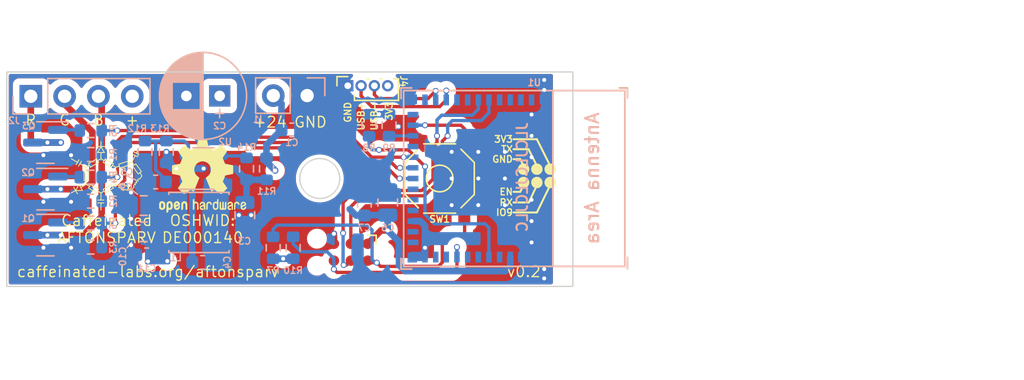
<source format=kicad_pcb>
(kicad_pcb (version 20221018) (generator pcbnew)
  (layers (0 "F.Cu" signal) (1 "In1.Cu" signal) (2 "In2.Cu" signal) (31 "B.Cu" signal) (34 "B.Paste" user) (35 "F.Paste" user) (36 "B.SilkS" user "B.Silkscreen") (37 "F.SilkS" user "F.Silkscreen") (38 "B.Mask" user) (39 "F.Mask" user) (44 "Edge.Cuts" user))
  (net 0 "")
  (net 1 "GND")
  (net 2 "+24V")
  (net 3 "Net-(J2-Pin_1)")
  (net 4 "Net-(J2-Pin_2)")
  (net 5 "Net-(J2-Pin_3)")
  (net 23 "Net-(Q1-G)")
  (net 24 "Net-(Q2-G)")
  (net 25 "Net-(Q3-G)")
  (net 26 "Net-(U1-GPIO8)")
  (net 27 "+3.3V")
  (net 28 "IO9")
  (net 29 "TX")
  (net 30 "Net-(U1-GPIO2{slash}ADC1_CH2)")
  (net 32 "RX")
  (net 34 "Net-(U2-IN)")
  (net 35 "Net-(U2-LX)")
  (net 36 "Net-(U2-BS)")
  (net 37 "Net-(U2-FB)")
  (net 38 "Net-(U2-EN)")
  (net 39 "EN")
  (net 40 "USB-D+")
  (net 41 "LED-B")
  (net 42 "LED-G")
  (net 43 "LED-R")
  (net 44 "USB-D-")
  (footprint "Connector_PinSocket_1.00mm:PinSocket_1x04_P1.00mm_Vertical" (layer "F.Cu") (at 155.4 93.035 90)
    (fp_text reference "J4")
    (fp_text value "USB")
  )
  (footprint "Connector:Tag-Connect_TC2030-IDC-NL_2x03_P1.27mm_Vertical" (layer "F.Cu") (at 155.63 105.535 180)
    (fp_text reference "J3" hide)
    (fp_text value "TagConnect")
  )
  (footprint "LOGO" (layer "F.Cu") (at 137.3 99.8)
    (fp_text reference "G***" hide)
    (fp_text value "LOGO" hide)
  )
  (footprint "Symbol:OSHW-Logo2_7.3x6mm_SilkScreen" (layer "F.Cu") (at 144.5 99.8)
    (fp_text reference "REF**" hide)
    (fp_text value "OSHW-Logo2_7.3x6mm_SilkScreen" hide)
  )
  (footprint "caffeinated-labs:YTS-C005" (layer "F.Cu") (at 162.3 100 90)
    (fp_text reference "SW1")
    (fp_text value "SW_Push")
  )
  (footprint "Capacitor_SMD:C_0805_2012Metric" (layer "B.Cu") (at 140.075 102.03 180)
    (fp_text reference "C9")
    (fp_text value "4.7uF")
  )
  (footprint "Package_TO_SOT_SMD:SOT-23" (layer "B.Cu") (at 132.7 100.8 180)
    (fp_text reference "Q2")
    (fp_text value "AO3400A")
  )
  (footprint "Resistor_SMD:R_0603_1608Metric" (layer "B.Cu") (at 149.8 105.2 90)
    (fp_text reference "R7")
    (fp_text value "10kΩ")
  )
  (footprint "PCM_Espressif:ESP32-C3-MINI-1" (layer "B.Cu") (at 167.9 100 90)
    (fp_text reference "U1")
    (fp_text value "ESP32-C3-MINI-1-[H/N]4")
  )
  (footprint "Capacitor_SMD:C_0603_1608Metric" (layer "B.Cu") (at 140.975 100.2625 180)
    (fp_text reference "C5")
    (fp_text value "22pF")
  )
  (footprint "Resistor_SMD:R_0603_1608Metric" (layer "B.Cu") (at 141.775 98.0125 -90)
    (fp_text reference "R13")
    (fp_text value "22.1kΩ")
  )
  (footprint "Connector_PinSocket_2.54mm:PinSocket_1x04_P2.54mm_Vertical" (layer "B.Cu") (at 131.6 93.825 -90)
    (fp_text reference "J2")
    (fp_text value "LED")
  )
  (footprint "PCM_Espressif:ESP32-C3-MINI-1" (layer "B.Cu") (at 167.9 100 90)
    (fp_text reference "U1")
    (fp_text value "ESP32-C3-MINI-1-[H/N]4")
  )
  (footprint "Resistor_SMD:R_0603_1608Metric" (layer "B.Cu") (at 157 96 -90)
    (fp_text reference "R8")
    (fp_text value "10kΩ")
  )
  (footprint "Resistor_SMD:R_0603_1608Metric" (layer "B.Cu") (at 136.1 105.15 180)
    (fp_text reference "R3")
    (fp_text value "10kΩ")
  )
  (footprint "Capacitor_SMD:C_0805_2012Metric" (layer "B.Cu") (at 158.4 101.8 90)
    (fp_text reference "C6")
    (fp_text value "4.7uF")
  )
  (footprint "Resistor_SMD:R_0603_1608Metric" (layer "B.Cu") (at 158.5 96 -90)
    (fp_text reference "R9")
    (fp_text value "10kΩ")
  )
  (footprint "Capacitor_SMD:C_0603_1608Metric" (layer "B.Cu") (at 156.65 102 90)
    (fp_text reference "C7")
    (fp_text value "100nF")
  )
  (footprint "Resistor_SMD:R_0603_1608Metric" (layer "B.Cu") (at 136.1 96.4 180)
    (fp_text reference "R5")
    (fp_text value "20Ω")
  )
  (footprint "Resistor_SMD:R_0603_1608Metric" (layer "B.Cu") (at 149.3 99.275 -90)
    (fp_text reference "R11")
    (fp_text value "1Ω")
  )
  (footprint "Resistor_SMD:R_0603_1608Metric" (layer "B.Cu") (at 136.1 101.7 180)
    (fp_text reference "R2")
    (fp_text value "10kΩ")
  )
  (footprint "Resistor_SMD:R_0603_1608Metric" (layer "B.Cu") (at 136.1 98.2 180)
    (fp_text reference "R1")
    (fp_text value "10kΩ")
  )
  (footprint "Connector_PinSocket_2.54mm:PinSocket_1x02_P2.54mm_Vertical" (layer "B.Cu") (at 152.35 93.775 90)
    (fp_text reference "J1")
    (fp_text value "PWR")
  )
  (footprint "Inductor_SMD:L_Sunlord_SWPA4030S" (layer "B.Cu") (at 144.225 103.3 180)
    (fp_text reference "L1")
    (fp_text value "10uH")
  )
  (footprint "Resistor_SMD:R_0603_1608Metric" (layer "B.Cu") (at 147.8 99.275 90)
    (fp_text reference "R14")
    (fp_text value "10kΩ")
  )
  (footprint "Capacitor_SMD:C_0603_1608Metric" (layer "B.Cu") (at 144.5 106.3 180)
    (fp_text reference "C4")
    (fp_text value "100nF")
  )
  (footprint "Resistor_SMD:R_0603_1608Metric" (layer "B.Cu") (at 136.1 99.9 180)
    (fp_text reference "R4")
    (fp_text value "20Ω")
  )
  (footprint "Capacitor_SMD:C_0805_2012Metric" (layer "B.Cu") (at 147.675 102.75 -90)
    (fp_text reference "C3")
    (fp_text value "4.7uF")
  )
  (footprint "Package_TO_SOT_SMD:SOT-23" (layer "B.Cu") (at 132.7 97.3 180)
    (fp_text reference "Q3")
    (fp_text value "AO3400A")
  )
  (footprint "Resistor_SMD:R_0603_1608Metric" (layer "B.Cu") (at 151.3 105.2 90)
    (fp_text reference "R10")
    (fp_text value "10kΩ")
  )
  (footprint "Capacitor_SMD:C_0603_1608Metric" (layer "B.Cu") (at 151.2 96.35)
    (fp_text reference "C1")
    (fp_text value "100nF")
  )
  (footprint "Resistor_SMD:R_0603_1608Metric" (layer "B.Cu") (at 136.1 103.35 180)
    (fp_text reference "R6")
    (fp_text value "20Ω")
  )
  (footprint "Package_TO_SOT_SMD:SOT-23" (layer "B.Cu") (at 132.7 104.25 180)
    (fp_text reference "Q1")
    (fp_text value "AO3400A")
  )
  (footprint "Capacitor_SMD:C_0805_2012Metric" (layer "B.Cu") (at 140.075 104 180)
    (fp_text reference "C10")
    (fp_text value "4.7uF")
  )
  (footprint "Package_TO_SOT_SMD:SOT-23-6" (layer "B.Cu") (at 144.575 99.25)
    (fp_text reference "U2")
    (fp_text value "SY8201ABC")
  )
  (footprint "Capacitor_THT:CP_Radial_D6.3mm_P2.50mm" (layer "B.Cu") (at 145.78238 93.8 180)
    (fp_text reference "C2")
    (fp_text value "100µF 35V")
  )
  (footprint "Resistor_SMD:R_0603_1608Metric" (layer "B.Cu") (at 140.175 98.0125 90)
    (fp_text reference "R12")
    (fp_text value "100kΩ")
  )
  (footprint "Capacitor_SMD:C_0603_1608Metric" (layer "B.Cu") (at 140.295 105.73 180)
    (fp_text reference "C11")
    (fp_text value "100nF")
  )
  (gr_line (start 138.793126 99.7775) (end 139.5 100.1225) (stroke (width 0.1)) (layer "B.SilkS"))
  (gr_line (start 138.8275 105.206874) (end 139.1725 104.793126) (stroke (width 0.1)) (layer "B.SilkS"))
  (gr_line (start 139.2 100.85) (end 139.613748 101.195) (stroke (width 0.1)) (layer "B.SilkS"))
  (gr_line (start 167.85 101.8) (end 169 101.8) (stroke (width 0.15)) (layer "F.SilkS"))
  (gr_circle (center 170.6 99.3) (end 170.953553 99.3) (stroke (width 0.15)) (fill solid) (layer "F.SilkS"))
  (gr_circle (center 168.6 100.3) (end 168.953553 100.3) (stroke (width 0.15)) (fill solid) (layer "F.SilkS"))
  (gr_circle (center 169.6 100.3) (end 169.953553 100.3) (stroke (width 0.15)) (fill solid) (layer "F.SilkS"))
  (gr_line (start 167.85 102.55) (end 169.6 102.55) (stroke (width 0.15)) (layer "F.SilkS"))
  (gr_line (start 169.6 97.05) (end 170.6 99.05) (stroke (width 0.15)) (layer "F.SilkS"))
  (gr_line (start 168.6 100.5) (end 168.35 101) (stroke (width 0.15)) (layer "F.SilkS"))
  (gr_line (start 167.85 97.8) (end 168.975 97.8) (stroke (width 0.15)) (layer "F.SilkS"))
  (gr_line (start 168.35 98.55) (end 168.6 99.05) (stroke (width 0.15)) (layer "F.SilkS"))
  (gr_line (start 167.85 97.05) (end 169.6 97.05) (stroke (width 0.15)) (layer "F.SilkS"))
  (gr_line (start 170.6 100.5) (end 169.6 102.55) (stroke (width 0.15)) (layer "F.SilkS"))
  (gr_line (start 168.1 98.55) (end 168.35 98.55) (stroke (width 0.15)) (layer "F.SilkS"))
  (gr_line (start 167.85 101) (end 168.35 101) (stroke (width 0.15)) (layer "F.SilkS"))
  (gr_circle (center 168.6 99.3) (end 168.953553 99.3) (stroke (width 0.15)) (fill solid) (layer "F.SilkS"))
  (gr_circle (center 170.6 100.3) (end 170.953553 100.3) (stroke (width 0.15)) (fill solid) (layer "F.SilkS"))
  (gr_line (start 168.975 97.8) (end 169.6 99.05) (stroke (width 0.15)) (layer "F.SilkS"))
  (gr_circle (center 169.6 99.3) (end 169.953553 99.3) (stroke (width 0.15)) (fill solid) (layer "F.SilkS"))
  (gr_line (start 167.85 98.55) (end 168.35 98.55) (stroke (width 0.15)) (layer "F.SilkS"))
  (gr_line (start 169.6 100.5) (end 169 101.8) (stroke (width 0.15)) (layer "F.SilkS"))
  (gr_rect locked (start 129.8 92) (end 172.3 108.1) (stroke (width 0.1)) (fill none) (layer "Edge.Cuts"))
  (gr_circle locked (center 153.3 100) (end 154.8 100) (stroke (width 0.1)) (fill none) (layer "Edge.Cuts"))
  (gr_text "JLCJLCJLCJLC" (at 168.5 99.9 90) (layer "B.SilkS") (effects (font (size 0.8 0.8) (thickness 0.15) bold) (justify mirror)))
  (gr_text "USB-" (at 157.4 94.2 90) (layer "F.SilkS") (effects (font (size 0.5 0.5) (thickness 0.1) bold) (justify right)))
  (gr_text "IO9" (at 167.85 102.55) (layer "F.SilkS") (effects (font (size 0.5 0.5) (thickness 0.1) bold) (justify right)))
  (gr_text "+24" (at 149.556 95.299) (layer "F.SilkS") (effects (font (size 0.8 0.8) (thickness 0.1)) (justify top)))
  (gr_text "+" (at 139.22 95.146) (layer "F.SilkS") (effects (font (size 0.8 0.8) (thickness 0.1)) (justify top)))
  (gr_text "Caffeinated\nAFTONSPARV" (at 137.3 103.8) (layer "F.SilkS") (effects (font (size 0.8 0.8) (thickness 0.1))))
  (gr_text "OSHWID:\nDE000140" (at 144.5 103.8) (layer "F.SilkS") (effects (font (size 0.8 0.8) (thickness 0.1))))
  (gr_text "GND" (at 155.4 94.2 90) (layer "F.SilkS") (effects (font (size 0.5 0.5) (thickness 0.1) bold) (justify right)))
  (gr_text "B" (at 136.68 95.146) (layer "F.SilkS") (effects (font (size 0.8 0.8) (thickness 0.1)) (justify top)))
  (gr_text "G" (at 134.14 95.146) (layer "F.SilkS") (effects (font (size 0.8 0.8) (thickness 0.1)) (justify top)))
  (gr_text "v0.2" (at 167.3 107) (layer "F.SilkS") (effects (font (size 0.8 0.8) (thickness 0.1)) (justify left)))
  (gr_text "GND" (at 167.85 98.55) (layer "F.SilkS") (effects (font (size 0.5 0.5) (thickness 0.1) bold) (justify right)))
  (gr_text "3V3" (at 158.5 94.2 90) (layer "F.SilkS") (effects (font (size 0.5 0.5) (thickness 0.1) bold) (justify right)))
  (gr_text "R" (at 131.6 95.146) (layer "F.SilkS") (effects (font (size 0.8 0.8) (thickness 0.1)) (justify top)))
  (gr_text "USB+" (at 156.4 94.2 90) (layer "F.SilkS") (effects (font (size 0.5 0.5) (thickness 0.1) bold) (justify right)))
  (gr_text "3V3" (at 167.85 97.05) (layer "F.SilkS") (effects (font (size 0.5 0.5) (thickness 0.1) bold) (justify right)))
  (gr_text "caffeinated-labs.org/aftonsparv" (at 130.5 107) (layer "F.SilkS") (effects (font (size 0.8 0.8) (thickness 0.1)) (justify left)))
  (gr_text "GND" (at 152.604 95.299) (layer "F.SilkS") (effects (font (size 0.8 0.8) (thickness 0.1)) (justify top)))
  (gr_text "RX" (at 167.85 101.8) (layer "F.SilkS") (effects (font (size 0.5 0.5) (thickness 0.1) bold) (justify right)))
  (gr_text "EN" (at 167.85 101) (layer "F.SilkS") (effects (font (size 0.5 0.5) (thickness 0.1) bold) (justify right)))
  (gr_text "TX" (at 167.85 97.8) (layer "F.SilkS") (effects (font (size 0.5 0.5) (thickness 0.1) bold) (justify right)))
  (segment (start 154.36 104.15) (end 154.36 104.9) (width 0.5) (layer "F.Cu") (net 1))
  (via (at 169.2 104.8) (size 0.45) (drill 0.3) (layers "F.Cu" "B.Cu") (net 1))
  (via (at 170.15 106.8) (size 0.45) (drill 0.3) (layers "F.Cu" "B.Cu") (net 1))
  (via (at 163.2 98) (size 0.45) (drill 0.3) (layers "F.Cu" "B.Cu") (net 1))
  (via (at 134.625 105.2) (size 0.45) (drill 0.3) (layers "F.Cu" "B.Cu") (net 1))
  (via (at 132.55 105.2) (size 0.45) (drill 0.3) (layers "F.Cu" "B.Cu") (net 1))
  (via (at 161.2 105.2) (size 0.45) (drill 0.3) (layers "F.Cu" "B.Cu") (net 1))
  (via (at 169.2 96.8) (size 0.45) (drill 0.3) (layers "F.Cu" "B.Cu") (net 1))
  (via (at 132.55 98.25) (size 0.45) (drill 0.3) (layers "F.Cu" "B.Cu") (net 1))
  (via (at 139.125 105) (size 0.45) (drill 0.3) (layers "F.Cu" "B.Cu") (net 1))
  (via (at 132.55 101.75) (size 0.45) (drill 0.3) (layers "F.Cu" "B.Cu") (net 1))
  (via (at 139.125 101.05) (size 0.45) (drill 0.3) (layers "F.Cu" "B.Cu") (net 1))
  (via (at 167.2 98) (size 0.45) (drill 0.3) (layers "F.Cu" "B.Cu") (net 1))
  (via (at 148.15 102.75) (size 0.45) (drill 0.3) (layers "F.Cu" "B.Cu") (net 1))
  (via (at 139.125 103.025) (size 0.45) (drill 0.3) (layers "F.Cu" "B.Cu") (net 1))
  (via (at 169.2 98.4) (size 0.45) (drill 0.3) (layers "F.Cu" "B.Cu") (net 1))
  (via (at 163.2 100) (size 0.45) (drill 0.3) (layers "F.Cu" "B.Cu") (net 1))
  (via (at 170.15 92.6) (size 0.45) (drill 0.3) (layers "F.Cu" "B.Cu") (net 1))
  (via (at 163.2 102) (size 0.45) (drill 0.3) (layers "F.Cu" "B.Cu") (net 1))
  (via (at 159.2 96.1) (size 0.45) (drill 0.3) (layers "F.Cu" "B.Cu") (net 1))
  (via (at 165.2 100) (size 0.45) (drill 0.3) (layers "F.Cu" "B.Cu") (net 1))
  (via (at 154.36 104.15) (size 0.45) (drill 0.3) (layers "F.Cu" "B.Cu") (net 1))
  (via (at 142.525 99.25) (size 0.45) (drill 0.3) (layers "F.Cu" "B.Cu") (net 1))
  (via (at 167.2 102) (size 0.45) (drill 0.3) (layers "F.Cu" "B.Cu") (net 1))
  (via (at 147.225 102.75) (size 0.45) (drill 0.3) (layers "F.Cu" "B.Cu") (net 1))
  (via (at 144.575 99.25) (size 0.45) (drill 0.3) (layers "F.Cu" "B.Cu") (net 1))
  (via (at 134.625 98.25) (size 0.45) (drill 0.3) (layers "F.Cu" "B.Cu") (net 1))
  (via (at 134.625 101.75) (size 0.45) (drill 0.3) (layers "F.Cu" "B.Cu") (net 1))
  (via (at 169.2 101.6) (size 0.45) (drill 0.3) (layers "F.Cu" "B.Cu") (net 1))
  (via (at 141.775 98.0125) (size 0.45) (drill 0.3) (layers "F.Cu" "B.Cu") (net 1))
  (via (at 165.2 98) (size 0.45) (drill 0.3) (layers "F.Cu" "B.Cu") (net 1))
  (via (at 165.2 102) (size 0.45) (drill 0.3) (layers "F.Cu" "B.Cu") (net 1))
  (via (at 167.2 100) (size 0.45) (drill 0.3) (layers "F.Cu" "B.Cu") (net 1))
  (via (at 170.15 93.35) (size 0.45) (drill 0.3) (layers "F.Cu" "B.Cu") (net 1))
  (via (at 169.2 103.2) (size 0.45) (drill 0.3) (layers "F.Cu" "B.Cu") (net 1))
  (via (at 169.2 95.2) (size 0.45) (drill 0.3) (layers "F.Cu" "B.Cu") (net 1))
  (via (at 170.15 107.5) (size 0.45) (drill 0.3) (layers "F.Cu" "B.Cu") (net 1))
  (segment (start 160.3 103.2) (end 160.85 103.2) (width 0.5) (layer "B.Cu") (net 1))
  (segment (start 142.525 99.25) (end 142.1875 99.25) (width 0.5) (layer "B.Cu") (net 1))
  (segment (start 148.15 103.225) (end 147.675 103.7) (width 0.5) (layer "B.Cu") (net 1))
  (segment (start 168.4 105.9) (end 170.1 105.9) (width 0.5) (layer "B.Cu") (net 1))
  (segment (start 139.125 101.05) (end 139.125 104) (width 0.5) (layer "B.Cu") (net 1))
  (segment (start 139.125 104) (end 139.125 105.335) (width 0.5) (layer "B.Cu") (net 1))
  (segment (start 170.1 105.9) (end 170.15 105.95) (width 0.5) (layer "B.Cu") (net 1))
  (segment (start 160.25 105.95) (end 161.15 105.95) (width 0.5) (layer "B.Cu") (net 1))
  (segment (start 161.15 105.95) (end 161.2 105.9) (width 0.5) (layer "B.Cu") (net 1))
  (segment (start 170.15 105.95) (end 170.15 94.05) (width 0.5) (layer "B.Cu") (net 1))
  (segment (start 132.55 105.2) (end 135.225 105.2) (width 0.5) (layer "B.Cu") (net 1))
  (segment (start 161.2 103.55) (end 161.2 105.05) (width 0.5) (layer "B.Cu") (net 1))
  (segment (start 143.4375 99.25) (end 144.575 99.25) (width 0.5) (layer "B.Cu") (net 1))
  (segment (start 142.1875 99.25) (end 141.775 98.8375) (width 0.5) (layer "B.Cu") (net 1))
  (segment (start 147.225 102.75) (end 147.225 103.25) (width 0.5) (layer "B.Cu") (net 1))
  (segment (start 161.2 105.9) (end 161.2 105.05) (width 0.5) (layer "B.Cu") (net 1))
  (segment (start 143.4375 99.25) (end 142.525 99.25) (width 0.5) (layer "B.Cu") (net 1))
  (segment (start 135.225 98.25) (end 135.275 98.2) (width 0.5) (layer "B.Cu") (net 1))
  (segment (start 141.775 98.0125) (end 141.775 98.8375) (width 0.5) (layer "B.Cu") (net 1))
  (segment (start 147.225 103.25) (end 147.675 103.7) (width 0.5) (layer "B.Cu") (net 1))
  (segment (start 148.15 102.75) (end 148.15 103.225) (width 0.5) (layer "B.Cu") (net 1))
  (segment (start 139.125 105.335) (end 139.52 105.73) (width 0.5) (layer "B.Cu") (net 1))
  (segment (start 132.55 101.75) (end 135.225 101.75) (width 0.5) (layer "B.Cu") (net 1))
  (segment (start 132.55 98.25) (end 135.225 98.25) (width 0.5) (layer "B.Cu") (net 1))
  (segment (start 160.85 103.2) (end 161.2 103.55) (width 0.5) (layer "B.Cu") (net 1))
  (segment (start 143.4375 99.25) (end 143.3875 99.2) (width 0.5) (layer "B.Cu") (net 1))
  (via (at 149.95 99.4) (size 0.45) (drill 0.3) (layers "F.Cu" "B.Cu") (net 2))
  (segment (start 149.3 97.475) (end 150.425 96.35) (width 0.5) (layer "B.Cu") (net 2))
  (segment (start 149.3 98.45) (end 149.3 97.475) (width 0.5) (layer "B.Cu") (net 2))
  (segment (start 149.95 99.4) (end 149.3 98.75) (width 0.5) (layer "B.Cu") (net 2))
  (segment (start 150.425 96.35) (end 150.425 94.39) (width 0.5) (layer "B.Cu") (net 2))
  (segment (start 149.3 98.75) (end 149.3 98.45) (width 0.5) (layer "B.Cu") (net 2))
  (segment (start 150.425 94.39) (end 149.81 93.775) (width 0.5) (layer "B.Cu") (net 2))
  (segment (start 131.6 97.25) (end 131.6 93.825) (width 0.5) (layer "F.Cu") (net 3))
  (segment (start 132.85 97.3) (end 133.85 97.3) (width 0.5) (layer "F.Cu") (net 3))
  (segment (start 131.65 97.3) (end 131.6 97.25) (width 0.5) (layer "F.Cu") (net 3))
  (segment (start 132.85 97.3) (end 131.65 97.3) (width 0.5) (layer "F.Cu") (net 3))
  (via (at 133.85 97.3) (size 0.45) (drill 0.3) (layers "F.Cu" "B.Cu") (net 3))
  (via (at 132.85 97.3) (size 0.45) (drill 0.3) (layers "F.Cu" "B.Cu") (net 3))
  (segment (start 131.7625 97.3) (end 133.85 97.3) (width 0.5) (layer "B.Cu") (net 3))
  (segment (start 132.85 100.8) (end 135.7 100.8) (width 0.5) (layer "F.Cu") (net 4))
  (segment (start 136.225 96.5) (end 134.14 94.415) (width 0.5) (layer "F.Cu") (net 4))
  (segment (start 134.14 94.415) (end 134.14 93.825) (width 0.5) (layer "F.Cu") (net 4))
  (segment (start 136.225 100.275) (end 136.225 96.5) (width 0.5) (layer "F.Cu") (net 4))
  (segment (start 135.7 100.8) (end 136.225 100.275) (width 0.5) (layer "F.Cu") (net 4))
  (via (at 133.85 100.8) (size 0.45) (drill 0.3) (layers "F.Cu" "B.Cu") (net 4))
  (via (at 132.85 100.8) (size 0.45) (drill 0.3) (layers "F.Cu" "B.Cu") (net 4))
  (segment (start 131.7625 100.8) (end 133.85 100.8) (width 0.5) (layer "B.Cu") (net 4))
  (segment (start 136.925 102.875) (end 136.925 94.07) (width 0.5) (layer "F.Cu") (net 5))
  (segment (start 132.85 104.25) (end 135.55 104.25) (width 0.5) (layer "F.Cu") (net 5))
  (segment (start 136.925 94.07) (end 136.68 93.825) (width 0.5) (layer "F.Cu") (net 5))
  (segment (start 135.55 104.25) (end 136.925 102.875) (width 0.5) (layer "F.Cu") (net 5))
  (via (at 132.85 104.25) (size 0.45) (drill 0.3) (layers "F.Cu" "B.Cu") (net 5))
  (via (at 133.85 104.25) (size 0.45) (drill 0.3) (layers "F.Cu" "B.Cu") (net 5))
  (segment (start 133.85 104.25) (end 131.7625 104.25) (width 0.5) (layer "B.Cu") (net 5))
  (segment (start 133.6375 103.3) (end 135.225 103.3) (width 0.25) (layer "B.Cu") (net 23))
  (segment (start 135.225 103.3) (end 135.275 103.35) (width 0.25) (layer "B.Cu") (net 23))
  (segment (start 135.275 99.9) (end 135.225 99.85) (width 0.25) (layer "B.Cu") (net 24))
  (segment (start 135.225 99.85) (end 133.6375 99.85) (width 0.25) (layer "B.Cu") (net 24))
  (segment (start 135.225 96.35) (end 135.275 96.4) (width 0.25) (layer "B.Cu") (net 25))
  (segment (start 133.6375 96.35) (end 135.225 96.35) (width 0.25) (layer "B.Cu") (net 25))
  (segment (start 160.3 96.8) (end 158.475 96.8) (width 0.25) (layer "B.Cu") (net 26))
  (segment (start 158.475 96.8) (end 158.4 96.875) (width 0.25) (layer "B.Cu") (net 26))
  (segment (start 157.9 103.9) (end 156.9 104.9) (width 0.5) (layer "F.Cu") (net 27))
  (segment (start 158.4 103.9) (end 157.9 103.9) (width 0.5) (layer "F.Cu") (net 27))
  (via (at 141.85 106.2) (size 0.45) (drill 0.3) (layers "F.Cu" "B.Cu") (net 27))
  (via (at 157.75 95.175) (size 0.45) (drill 0.3) (layers "F.Cu" "B.Cu") (net 27))
  (via (at 158.4 103.9) (size 0.45) (drill 0.3) (layers "F.Cu" "B.Cu") (net 27))
  (via (at 140.4 106.225) (size 0.45) (drill 0.3) (layers "F.Cu" "B.Cu") (net 27))
  (via (at 150.55 106.025) (size 0.45) (drill 0.3) (layers "F.Cu" "B.Cu") (net 27))
  (segment (start 157.75 95.175) (end 157 95.175) (width 0.5) (layer "B.Cu") (net 27))
  (segment (start 149.8 106.025) (end 151.3 106.025) (width 0.5) (layer "B.Cu") (net 27))
  (segment (start 158.4 103.9) (end 159.25 104.75) (width 0.5) (layer "B.Cu") (net 27))
  (segment (start 158.4 102.75) (end 158.4 103.9) (width 0.5) (layer "B.Cu") (net 27))
  (segment (start 167.25 106.95) (end 167.6 106.6) (width 0.5) (layer "B.Cu") (net 27))
  (segment (start 157.75 95.175) (end 158.5 95.175) (width 0.5) (layer "B.Cu") (net 27))
  (segment (start 159.25 106.5) (end 159.7 106.95) (width 0.5) (layer "B.Cu") (net 27))
  (segment (start 140.2 99.9) (end 140.225 99.875) (width 0.25) (layer "B.Cu") (net 27))
  (segment (start 167.6 106.6) (end 167.6 105.9) (width 0.5) (layer "B.Cu") (net 27))
  (segment (start 156.025 102.775) (end 156.65 102.775) (width 0.5) (layer "B.Cu") (net 27))
  (segment (start 158.4 102.75) (end 156.825 102.75) (width 0.5) (layer "B.Cu") (net 27))
  (segment (start 159.7 106.95) (end 167.25 106.95) (width 0.5) (layer "B.Cu") (net 27))
  (segment (start 159.25 104.75) (end 159.25 106.5) (width 0.5) (layer "B.Cu") (net 27))
  (segment (start 155.55 102.3) (end 156.025 102.775) (width 0.5) (layer "B.Cu") (net 27))
  (segment (start 164.175 104.175) (end 164.175 96.275) (width 0.25) (layer "F.Cu") (net 28))
  (segment (start 162.2 106.6) (end 162.5 106.3) (width 0.25) (layer "F.Cu") (net 28))
  (segment (start 164.175 96.275) (end 163.9 96) (width 0.25) (layer "F.Cu") (net 28))
  (segment (start 162.5 106.3) (end 162.5 104.7) (width 0.25) (layer "F.Cu") (net 28))
  (segment (start 157.05 106.32) (end 156.9 106.17) (width 0.25) (layer "F.Cu") (net 28))
  (segment (start 164.15 104.2) (end 164.175 104.175) (width 0.25) (layer "F.Cu") (net 28))
  (segment (start 163 104.2) (end 164.15 104.2) (width 0.25) (layer "F.Cu") (net 28))
  (segment (start 163.9 96) (end 161.2 96) (width 0.25) (layer "F.Cu") (net 28))
  (segment (start 162.5 104.7) (end 163 104.2) (width 0.25) (layer "F.Cu") (net 28))
  (segment (start 157.58 106.32) (end 157.05 106.32) (width 0.25) (layer "F.Cu") (net 28))
  (segment (start 157.86 106.6) (end 162.2 106.6) (width 0.25) (layer "F.Cu") (net 28))
  (segment (start 157.58 106.32) (end 157.86 106.6) (width 0.25) (layer "F.Cu") (net 28))
  (via (at 161.2 96) (size 0.45) (drill 0.3) (layers "F.Cu" "B.Cu") (net 28))
  (via (at 157.58 106.32) (size 0.45) (drill 0.3) (layers "F.Cu" "B.Cu") (net 28))
  (segment (start 157.225 106.1) (end 157.225 103.875) (width 0.25) (layer "B.Cu") (net 28))
  (segment (start 150.1 103.5) (end 149.8 103.8) (width 0.25) (layer "B.Cu") (net 28))
  (segment (start 156.85 103.5) (end 150.1 103.5) (width 0.25) (layer "B.Cu") (net 28))
  (segment (start 157.225 103.875) (end 156.85 103.5) (width 0.25) (layer "B.Cu") (net 28))
  (segment (start 157.445 106.32) (end 157.225 106.1) (width 0.25) (layer "B.Cu") (net 28))
  (segment (start 157.58 106.32) (end 157.445 106.32) (width 0.25) (layer "B.Cu") (net 28))
  (segment (start 149.8 103.8) (end 149.8 104.375) (width 0.25) (layer "B.Cu") (net 28))
  (segment (start 161.2 96) (end 160.3 96) (width 0.25) (layer "B.Cu") (net 28))
  (segment (start 156.45 101.3) (end 155.63 102.12) (width 0.25) (layer "F.Cu") (net 29))
  (segment (start 162.5 97.2) (end 162.5 99.95) (width 0.25) (layer "F.Cu") (net 29))
  (segment (start 162.5 99.95) (end 161.15 101.3) (width 0.25) (layer "F.Cu") (net 29))
  (segment (start 162.9 96.8) (end 162.5 97.2) (width 0.25) (layer "F.Cu") (net 29))
  (segment (start 161.15 101.3) (end 156.45 101.3) (width 0.25) (layer "F.Cu") (net 29))
  (segment (start 155.63 102.12) (end 155.63 104.9) (width 0.25) (layer "F.Cu") (net 29))
  (via (at 162.9 96.8) (size 0.45) (drill 0.3) (layers "F.Cu" "B.Cu") (net 29))
  (segment (start 162.9 96) (end 163.25 95.65) (width 0.25) (layer "B.Cu") (net 29))
  (segment (start 166 95.075) (end 166 94.1) (width 0.25) (layer "B.Cu") (net 29))
  (segment (start 162.9 96.8) (end 162.9 96) (width 0.25) (layer "B.Cu") (net 29))
  (segment (start 165.425 95.65) (end 166 95.075) (width 0.25) (layer "B.Cu") (net 29))
  (segment (start 163.25 95.65) (end 165.425 95.65) (width 0.25) (layer "B.Cu") (net 29))
  (segment (start 159.95 97.85) (end 157.75 97.85) (width 0.25) (layer "F.Cu") (net 30))
  (segment (start 161.2 99.1) (end 159.95 97.85) (width 0.25) (layer "F.Cu") (net 30))
  (via (at 161.2 99.1) (size 0.45) (drill 0.3) (layers "F.Cu" "B.Cu") (net 30))
  (via (at 157.75 97.85) (size 0.45) (drill 0.3) (layers "F.Cu" "B.Cu") (net 30))
  (segment (start 161.2 99.1) (end 161.2 102.7) (width 0.25) (layer "B.Cu") (net 30))
  (segment (start 157.275 97.85) (end 157 97.575) (width 0.25) (layer "B.Cu") (net 30))
  (segment (start 161.9 103.4) (end 165.7 103.4) (width 0.25) (layer "B.Cu") (net 30))
  (segment (start 157.75 97.85) (end 157.275 97.85) (width 0.25) (layer "B.Cu") (net 30))
  (segment (start 161.2 102.7) (end 161.9 103.4) (width 0.25) (layer "B.Cu") (net 30))
  (segment (start 165.7 103.4) (end 166 103.7) (width 0.25) (layer "B.Cu") (net 30))
  (segment (start 166 103.7) (end 166 105.9) (width 0.25) (layer "B.Cu") (net 30))
  (segment (start 157 97.575) (end 157 96.825) (width 0.25) (layer "B.Cu") (net 30))
  (segment (start 155.05 104.1) (end 155.05 101.8) (width 0.25) (layer "F.Cu") (net 32))
  (segment (start 161.8 100.05) (end 161.8 97.6) (width 0.25) (layer "F.Cu") (net 32))
  (segment (start 155.63 106.17) (end 155.63 106.13) (width 0.25) (layer "F.Cu") (net 32))
  (segment (start 162.1 97.3) (end 162.1 96.8) (width 0.25) (layer "F.Cu") (net 32))
  (segment (start 155.05 101.8) (end 155.95 100.9) (width 0.25) (layer "F.Cu") (net 32))
  (segment (start 155.95 100.9) (end 160.95 100.9) (width 0.25) (layer "F.Cu") (net 32))
  (segment (start 155.095 106.495) (end 155.305 106.495) (width 0.25) (layer "F.Cu") (net 32))
  (segment (start 155.63 106.17) (end 155.68 106.17) (width 0.25) (layer "F.Cu") (net 32))
  (segment (start 161.8 97.6) (end 162.1 97.3) (width 0.25) (layer "F.Cu") (net 32))
  (segment (start 155.63 106.17) (end 155.890458 106.17) (width 0.25) (layer "F.Cu") (net 32))
  (segment (start 155.305 106.495) (end 155.63 106.17) (width 0.25) (layer "F.Cu") (net 32))
  (segment (start 160.95 100.9) (end 161.8 100.05) (width 0.25) (layer "F.Cu") (net 32))
  (via (at 155.05 104.1) (size 0.45) (drill 0.3) (layers "F.Cu" "B.Cu") (net 32))
  (via (at 162.1 96.8) (size 0.45) (drill 0.3) (layers "F.Cu" "B.Cu") (net 32))
  (via (at 155.095 106.495) (size 0.45) (drill 0.3) (layers "F.Cu" "B.Cu") (net 32))
  (segment (start 162.45 95.25) (end 162.1 95.6) (width 0.25) (layer "B.Cu") (net 32))
  (segment (start 155.095 106.495) (end 155.05 106.45) (width 0.25) (layer "B.Cu") (net 32))
  (segment (start 165.2 94.8) (end 165.2 94.1) (width 0.25) (layer "B.Cu") (net 32))
  (segment (start 164.75 95.25) (end 162.45 95.25) (width 0.25) (layer "B.Cu") (net 32))
  (segment (start 165.2 94.8) (end 164.75 95.25) (width 0.25) (layer "B.Cu") (net 32))
  (segment (start 162.1 95.6) (end 162.1 96.8) (width 0.25) (layer "B.Cu") (net 32))
  (segment (start 155.05 106.45) (end 155.05 104.1) (width 0.25) (layer "B.Cu") (net 32))
  (segment (start 147.15 99.45) (end 147.8 100.1) (width 0.5) (layer "B.Cu") (net 34))
  (segment (start 149.3 100.1) (end 148.6 100.1) (width 0.5) (layer "B.Cu") (net 34))
  (segment (start 148.6 100.1) (end 147.8 100.1) (width 0.5) (layer "B.Cu") (net 34))
  (segment (start 145.7125 99.25) (end 146.95 99.25) (width 0.5) (layer "B.Cu") (net 34))
  (segment (start 147.8 99.9) (end 147.8 101.675) (width 0.5) (layer "B.Cu") (net 34))
  (segment (start 147.8 101.675) (end 147.675 101.8) (width 0.5) (layer "B.Cu") (net 34))
  (segment (start 146.95 99.25) (end 147.15 99.45) (width 0.5) (layer "B.Cu") (net 34))
  (segment (start 143.725 100.2) (end 143.725 106.3) (width 0.5) (layer "B.Cu") (net 36))
  (segment (start 143.4375 100.2) (end 143.725 100.2) (width 0.5) (layer "B.Cu") (net 36))
  (segment (start 140.975 99.35) (end 140.975 97.1875) (width 0.25) (layer "B.Cu") (net 37))
  (segment (start 143.125 97.1875) (end 141.775 97.1875) (width 0.25) (layer "B.Cu") (net 37))
  (segment (start 141.625 100.2625) (end 141.625 100) (width 0.25) (layer "B.Cu") (net 37))
  (segment (start 141.775 97.1875) (end 140.175 97.1875) (width 0.25) (layer "B.Cu") (net 37))
  (segment (start 143.4375 98.3) (end 143.4375 97.5) (width 0.25) (layer "B.Cu") (net 37))
  (segment (start 143.4375 97.5) (end 143.125 97.1875) (width 0.25) (layer "B.Cu") (net 37))
  (segment (start 141.625 100) (end 140.975 99.35) (width 0.25) (layer "B.Cu") (net 37))
  (segment (start 147.8 98.45) (end 147.65 98.3) (width 0.25) (layer "B.Cu") (net 38))
  (segment (start 147.65 98.3) (end 145.7125 98.3) (width 0.25) (layer "B.Cu") (net 38))
  (segment (start 163.6 106.7) (end 163.6 105.15) (width 0.25) (layer "F.Cu") (net 39))
  (segment (start 154.36 106.81) (end 154.36 106.17) (width 0.25) (layer "F.Cu") (net 39))
  (segment (start 154.6 107.05) (end 163.25 107.05) (width 0.25) (layer "F.Cu") (net 39))
  (segment (start 163.25 107.05) (end 163.6 106.7) (width 0.25) (layer "F.Cu") (net 39))
  (segment (start 154.36 106.81) (end 154.6 107.05) (width 0.25) (layer "F.Cu") (net 39))
  (via (at 163.6 105.15) (size 0.45) (drill 0.3) (layers "F.Cu" "B.Cu") (net 39))
  (via (at 154.36 106.81) (size 0.45) (drill 0.3) (layers "F.Cu" "B.Cu") (net 39))
  (segment (start 151.9 105.5) (end 151.3 104.9) (width 0.25) (layer "B.Cu") (net 39))
  (segment (start 151.3 104.9) (end 151.3 104.375) (width 0.25) (layer "B.Cu") (net 39))
  (segment (start 154.36 106.81) (end 154.36 106.01) (width 0.25) (layer "B.Cu") (net 39))
  (segment (start 163.6 105.15) (end 163.6 105.9) (width 0.25) (layer "B.Cu") (net 39))
  (segment (start 153.85 105.5) (end 151.9 105.5) (width 0.25) (layer "B.Cu") (net 39))
  (segment (start 154.36 106.01) (end 153.85 105.5) (width 0.25) (layer "B.Cu") (net 39))
  (segment (start 162.8 94.1) (end 162.3 94.6) (width 0.25) (layer "F.Cu") (net 40))
  (segment (start 162.8 93.4) (end 162.8 94.1) (width 0.25) (layer "F.Cu") (net 40))
  (segment (start 162.3 94.6) (end 157.2 94.6) (width 0.25) (layer "F.Cu") (net 40))
  (segment (start 157.2 94.6) (end 156.4 93.8) (width 0.25) (layer "F.Cu") (net 40))
  (segment (start 156.4 93.8) (end 156.4 93.035) (width 0.25) (layer "F.Cu") (net 40))
  (via (at 162.8 93.4) (size 0.45) (drill 0.3) (layers "F.Cu" "B.Cu") (net 40))
  (segment (start 162.8 93.4) (end 162.8 94.1) (width 0.25) (layer "B.Cu") (net 40))
  (segment (start 148.85 96.9) (end 148.35 96.4) (width 0.25) (layer "F.Cu") (net 41))
  (segment (start 157.2 98.4) (end 155.7 96.9) (width 0.25) (layer "F.Cu") (net 41))
  (segment (start 159.6 98.4) (end 157.2 98.4) (width 0.25) (layer "F.Cu") (net 41))
  (segment (start 148.35 96.4) (end 138.1 96.4) (width 0.25) (layer "F.Cu") (net 41))
  (segment (start 155.7 96.9) (end 148.85 96.9) (width 0.25) (layer "F.Cu") (net 41))
  (via (at 138.1 96.4) (size 0.45) (drill 0.3) (layers "F.Cu" "B.Cu") (net 41))
  (via (at 159.6 98.4) (size 0.45) (drill 0.3) (layers "F.Cu" "B.Cu") (net 41))
  (segment (start 159.6 98.4) (end 160.3 98.4) (width 0.25) (layer "B.Cu") (net 41))
  (segment (start 136.925 98.2) (end 136.925 96.4) (width 0.25) (layer "B.Cu") (net 41))
  (segment (start 136.925 96.4) (end 138.1 96.4) (width 0.25) (layer "B.Cu") (net 41))
  (segment (start 157 98.85) (end 155.45 97.3) (width 0.25) (layer "F.Cu") (net 42))
  (segment (start 159.325 99.2) (end 159.075 99.2) (width 0.25) (layer "F.Cu") (net 42))
  (segment (start 158.725 98.85) (end 157 98.85) (width 0.25) (layer "F.Cu") (net 42))
  (segment (start 138.45 96.85) (end 138.1 97.2) (width 0.25) (layer "F.Cu") (net 42))
  (segment (start 138.1 97.2) (end 138.1 99.9) (width 0.25) (layer "F.Cu") (net 42))
  (segment (start 148.6 97.3) (end 148.15 96.85) (width 0.25) (layer "F.Cu") (net 42))
  (segment (start 159.075 99.2) (end 158.725 98.85) (width 0.25) (layer "F.Cu") (net 42))
  (segment (start 155.45 97.3) (end 148.6 97.3) (width 0.25) (layer "F.Cu") (net 42))
  (segment (start 148.15 96.85) (end 138.45 96.85) (width 0.25) (layer "F.Cu") (net 42))
  (via (at 138.1 99.9) (size 0.45) (drill 0.3) (layers "F.Cu" "B.Cu") (net 42))
  (via (at 159.325 99.2) (size 0.45) (drill 0.3) (layers "F.Cu" "B.Cu") (net 42))
  (segment (start 136.925 99.9) (end 138.1 99.9) (width 0.25) (layer "B.Cu") (net 42))
  (segment (start 136.925 101.7) (end 136.925 99.9) (width 0.25) (layer "B.Cu") (net 42))
  (segment (start 159.325 99.2) (end 160.3 99.2) (width 0.25) (layer "B.Cu") (net 42))
  (segment (start 138.65 100.127818) (end 137.95 100.827818) (width 0.25) (layer "F.Cu") (net 43))
  (segment (start 159.3 100) (end 159.175 100) (width 0.25) (layer "F.Cu") (net 43))
  (segment (start 159.175 100) (end 158.475 99.3) (width 0.25) (layer "F.Cu") (net 43))
  (segment (start 155.2 97.7) (end 148.35 97.7) (width 0.25) (layer "F.Cu") (net 43))
  (segment (start 138.95 97.3) (end 138.65 97.6) (width 0.25) (layer "F.Cu") (net 43))
  (segment (start 137.95 100.827818) (end 137.95 103.35) (width 0.25) (layer "F.Cu") (net 43))
  (segment (start 158.475 99.3) (end 156.8 99.3) (width 0.25) (layer "F.Cu") (net 43))
  (segment (start 147.95 97.3) (end 138.95 97.3) (width 0.25) (layer "F.Cu") (net 43))
  (segment (start 138.65 97.6) (end 138.65 100.127818) (width 0.25) (layer "F.Cu") (net 43))
  (segment (start 148.35 97.7) (end 147.95 97.3) (width 0.25) (layer "F.Cu") (net 43))
  (segment (start 156.8 99.3) (end 155.2 97.7) (width 0.25) (layer "F.Cu") (net 43))
  (via (at 159.3 100) (size 0.45) (drill 0.3) (layers "F.Cu" "B.Cu") (net 43))
  (via (at 137.95 103.35) (size 0.45) (drill 0.3) (layers "F.Cu" "B.Cu") (net 43))
  (segment (start 136.925 105.15) (end 136.925 103.35) (width 0.25) (layer "B.Cu") (net 43))
  (segment (start 159.3 100) (end 160.3 100) (width 0.25) (layer "B.Cu") (net 43))
  (segment (start 136.925 103.35) (end 137.95 103.35) (width 0.25) (layer "B.Cu") (net 43))
  (segment (start 157.4 93.7) (end 157.4 93.035) (width 0.25) (layer "F.Cu") (net 44))
  (segment (start 157.7 94) (end 157.4 93.7) (width 0.25) (layer "F.Cu") (net 44))
  (segment (start 161.425 94) (end 157.7 94) (width 0.25) (layer "F.Cu") (net 44))
  (segment (start 162 93.425) (end 161.425 94) (width 0.25) (layer "F.Cu") (net 44))
  (via (at 162 93.425) (size 0.45) (drill 0.3) (layers "F.Cu" "B.Cu") (net 44))
  (segment (start 162 93.425) (end 162 94.1) (width 0.25) (layer "B.Cu") (net 44))
  (zone (net 0) (net_name "") (layers "F.Cu" "In1.Cu" "In2.Cu" "B.Cu" "Edge.Cuts") (connect_pads (clearance 0)) (min_thickness 0.25)
    (keepout (tracks not_allowed) (vias not_allowed) (pads not_allowed) (copperpour not_allowed) (footprints not_allowed))
    (fill (thermal_gap 0.5) (thermal_bridge_width 0.5))
    (polygon (pts (xy 155.1 100) (xy 155.079864 99.73131) (xy 155.019908 99.468622) (xy 154.921469 99.217805) (xy 154.786747 98.98446) (xy 154.618752 98.773801) (xy 154.421236 98.590533) (xy 154.198612 98.43875) (xy 153.955852 98.321843) (xy 153.698379 98.242423) (xy 153.431946 98.202265) (xy 153.162502 98.202265) (xy 152.896069 98.242423) (xy 152.638596 98.321843) (xy 152.395836 98.43875) (xy 152.173212 98.590533) (xy 151.975696 98.773801) (xy 151.807701 98.98446) (xy 151.672979 99.217805) (xy 151.57454 99.468622) (xy 151.514584 99.73131) (xy 151.494448 100) (xy 151.514584 100.26869) (xy 151.57454 100.531378) (xy 151.672979 100.782195) (xy 151.807701 101.01554) (xy 151.975696 101.226199) (xy 152.173212 101.409467) (xy 152.395836 101.56125) (xy 152.638596 101.678157) (xy 152.896069 101.757577) (xy 153.162502 101.797735) (xy 153.431946 101.797735) (xy 153.698379 101.757577) (xy 153.955852 101.678157) (xy 154.198612 101.56125) (xy 154.421236 101.409467) (xy 154.618752 101.226199) (xy 154.786747 101.01554) (xy 154.921469 100.782195) (xy 155.019908 100.531378) (xy 155.079864 100.26869)))
  )
  (zone (net 1) (net_name "GND") (layers "F.Cu" "In1.Cu" "B.Cu") (connect_pads yes (clearance 0.5)) (min_thickness 0.25) (fill yes (thermal_gap 0.5) (thermal_bridge_width 0.5))
    (polygon (pts (xy 129.95 107.95) (xy 170.8 107.95) (xy 170.8 92.15) (xy 129.95 92.15)))
  )
  (zone (net 35) (net_name "Net-(U2-LX)") (layer "B.Cu") (priority 2) (connect_pads yes (clearance 0.5)) (min_thickness 0.25) (fill yes (thermal_gap 0.5) (thermal_bridge_width 0.5))
    (polygon (pts (xy 146.725 99.7) (xy 144.525 99.7) (xy 144.525 101.4) (xy 144.225 101.4) (xy 144.225 107) (xy 146.725 107)))
  )
  (zone (net 27) (net_name "+3.3V") (layer "B.Cu") (priority 3) (connect_pads yes (clearance 0)) (min_thickness 0.25) (fill yes (thermal_gap 0.5) (thermal_bridge_width 0.5))
    (polygon (pts (xy 139.375 101.2) (xy 139.825 101.2) (xy 139.825 105) (xy 140.175 105) (xy 140.175 106.45) (xy 142.075 106.45) (xy 142.075 105.55) (xy 143.425 105.55) (xy 143.425 101) (xy 141.025 101) (xy 141.025 98.1) (xy 139.375 98.1)))
  )
)
</source>
